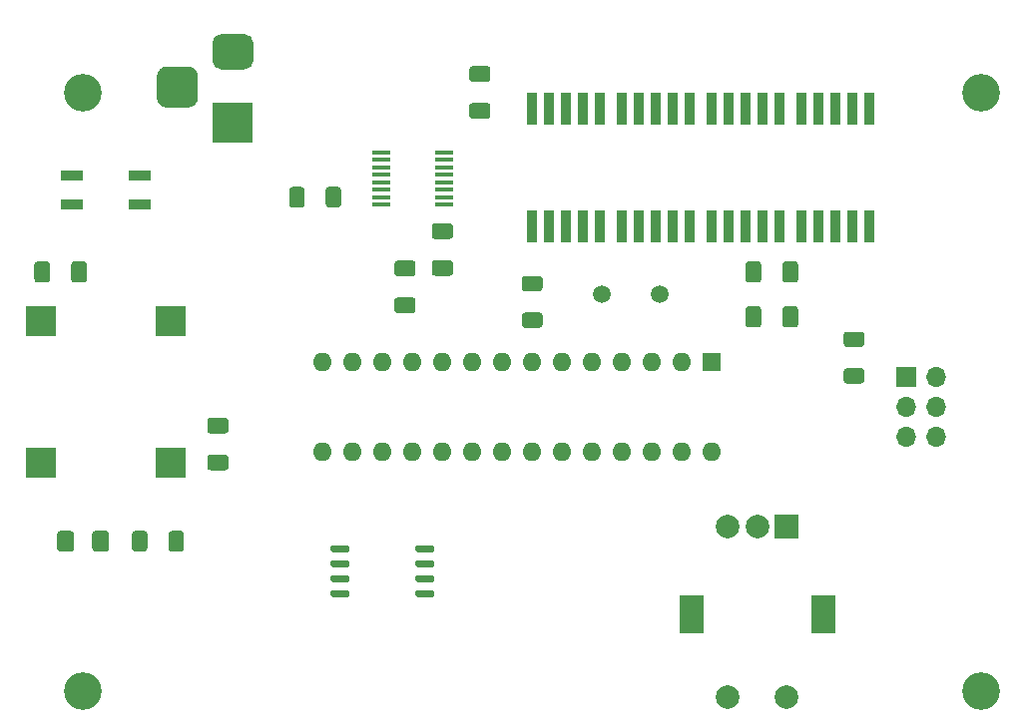
<source format=gbr>
%TF.GenerationSoftware,KiCad,Pcbnew,5.1.8+dfsg1-1+b1*%
%TF.CreationDate,2021-05-17T16:06:48-05:00*%
%TF.ProjectId,pmt-control,706d742d-636f-46e7-9472-6f6c2e6b6963,A*%
%TF.SameCoordinates,Original*%
%TF.FileFunction,Soldermask,Top*%
%TF.FilePolarity,Negative*%
%FSLAX46Y46*%
G04 Gerber Fmt 4.6, Leading zero omitted, Abs format (unit mm)*
G04 Created by KiCad (PCBNEW 5.1.8+dfsg1-1+b1) date 2021-05-17 16:06:48*
%MOMM*%
%LPD*%
G01*
G04 APERTURE LIST*
%ADD10R,2.500000X2.500000*%
%ADD11O,1.600000X1.600000*%
%ADD12R,1.600000X1.600000*%
%ADD13R,1.910000X0.910000*%
%ADD14C,1.500000*%
%ADD15O,1.700000X1.700000*%
%ADD16R,1.700000X1.700000*%
%ADD17R,1.600000X0.410000*%
%ADD18R,0.900000X2.800000*%
%ADD19R,3.500000X3.500000*%
%ADD20R,2.000000X2.000000*%
%ADD21C,2.000000*%
%ADD22R,2.000000X3.200000*%
%ADD23C,3.200000*%
G04 APERTURE END LIST*
D10*
%TO.C,PS1*%
X59905000Y-94900000D03*
X70905000Y-94900000D03*
X70905000Y-82900000D03*
X59905000Y-82900000D03*
%TD*%
D11*
%TO.C,U1*%
X116840000Y-93980000D03*
X83820000Y-86360000D03*
X114300000Y-93980000D03*
X86360000Y-86360000D03*
X111760000Y-93980000D03*
X88900000Y-86360000D03*
X109220000Y-93980000D03*
X91440000Y-86360000D03*
X106680000Y-93980000D03*
X93980000Y-86360000D03*
X104140000Y-93980000D03*
X96520000Y-86360000D03*
X101600000Y-93980000D03*
X99060000Y-86360000D03*
X99060000Y-93980000D03*
X101600000Y-86360000D03*
X96520000Y-93980000D03*
X104140000Y-86360000D03*
X93980000Y-93980000D03*
X106680000Y-86360000D03*
X91440000Y-93980000D03*
X109220000Y-86360000D03*
X88900000Y-93980000D03*
X111760000Y-86360000D03*
X86360000Y-93980000D03*
X114300000Y-86360000D03*
X83820000Y-93980000D03*
D12*
X116840000Y-86360000D03*
%TD*%
D13*
%TO.C,D6*%
X68305000Y-70530000D03*
X68305000Y-72980000D03*
X62505000Y-72980000D03*
X62505000Y-70530000D03*
%TD*%
D14*
%TO.C,Y1*%
X107515000Y-80645000D03*
X112395000Y-80645000D03*
%TD*%
%TO.C,R4*%
G36*
G01*
X129530001Y-85105000D02*
X128279999Y-85105000D01*
G75*
G02*
X128030000Y-84855001I0J249999D01*
G01*
X128030000Y-84054999D01*
G75*
G02*
X128279999Y-83805000I249999J0D01*
G01*
X129530001Y-83805000D01*
G75*
G02*
X129780000Y-84054999I0J-249999D01*
G01*
X129780000Y-84855001D01*
G75*
G02*
X129530001Y-85105000I-249999J0D01*
G01*
G37*
G36*
G01*
X129530001Y-88205000D02*
X128279999Y-88205000D01*
G75*
G02*
X128030000Y-87955001I0J249999D01*
G01*
X128030000Y-87154999D01*
G75*
G02*
X128279999Y-86905000I249999J0D01*
G01*
X129530001Y-86905000D01*
G75*
G02*
X129780000Y-87154999I0J-249999D01*
G01*
X129780000Y-87955001D01*
G75*
G02*
X129530001Y-88205000I-249999J0D01*
G01*
G37*
%TD*%
%TO.C,R3*%
G36*
G01*
X102225001Y-80380000D02*
X100974999Y-80380000D01*
G75*
G02*
X100725000Y-80130001I0J249999D01*
G01*
X100725000Y-79329999D01*
G75*
G02*
X100974999Y-79080000I249999J0D01*
G01*
X102225001Y-79080000D01*
G75*
G02*
X102475000Y-79329999I0J-249999D01*
G01*
X102475000Y-80130001D01*
G75*
G02*
X102225001Y-80380000I-249999J0D01*
G01*
G37*
G36*
G01*
X102225001Y-83480000D02*
X100974999Y-83480000D01*
G75*
G02*
X100725000Y-83230001I0J249999D01*
G01*
X100725000Y-82429999D01*
G75*
G02*
X100974999Y-82180000I249999J0D01*
G01*
X102225001Y-82180000D01*
G75*
G02*
X102475000Y-82429999I0J-249999D01*
G01*
X102475000Y-83230001D01*
G75*
G02*
X102225001Y-83480000I-249999J0D01*
G01*
G37*
%TD*%
%TO.C,C7*%
G36*
G01*
X90154998Y-80910000D02*
X91455002Y-80910000D01*
G75*
G02*
X91705000Y-81159998I0J-249998D01*
G01*
X91705000Y-81985002D01*
G75*
G02*
X91455002Y-82235000I-249998J0D01*
G01*
X90154998Y-82235000D01*
G75*
G02*
X89905000Y-81985002I0J249998D01*
G01*
X89905000Y-81159998D01*
G75*
G02*
X90154998Y-80910000I249998J0D01*
G01*
G37*
G36*
G01*
X90154998Y-77785000D02*
X91455002Y-77785000D01*
G75*
G02*
X91705000Y-78034998I0J-249998D01*
G01*
X91705000Y-78860002D01*
G75*
G02*
X91455002Y-79110000I-249998J0D01*
G01*
X90154998Y-79110000D01*
G75*
G02*
X89905000Y-78860002I0J249998D01*
G01*
X89905000Y-78034998D01*
G75*
G02*
X90154998Y-77785000I249998J0D01*
G01*
G37*
%TD*%
%TO.C,C6*%
G36*
G01*
X121020000Y-78089998D02*
X121020000Y-79390002D01*
G75*
G02*
X120770002Y-79640000I-249998J0D01*
G01*
X119944998Y-79640000D01*
G75*
G02*
X119695000Y-79390002I0J249998D01*
G01*
X119695000Y-78089998D01*
G75*
G02*
X119944998Y-77840000I249998J0D01*
G01*
X120770002Y-77840000D01*
G75*
G02*
X121020000Y-78089998I0J-249998D01*
G01*
G37*
G36*
G01*
X124145000Y-78089998D02*
X124145000Y-79390002D01*
G75*
G02*
X123895002Y-79640000I-249998J0D01*
G01*
X123069998Y-79640000D01*
G75*
G02*
X122820000Y-79390002I0J249998D01*
G01*
X122820000Y-78089998D01*
G75*
G02*
X123069998Y-77840000I249998J0D01*
G01*
X123895002Y-77840000D01*
G75*
G02*
X124145000Y-78089998I0J-249998D01*
G01*
G37*
%TD*%
%TO.C,C5*%
G36*
G01*
X121020000Y-81899998D02*
X121020000Y-83200002D01*
G75*
G02*
X120770002Y-83450000I-249998J0D01*
G01*
X119944998Y-83450000D01*
G75*
G02*
X119695000Y-83200002I0J249998D01*
G01*
X119695000Y-81899998D01*
G75*
G02*
X119944998Y-81650000I249998J0D01*
G01*
X120770002Y-81650000D01*
G75*
G02*
X121020000Y-81899998I0J-249998D01*
G01*
G37*
G36*
G01*
X124145000Y-81899998D02*
X124145000Y-83200002D01*
G75*
G02*
X123895002Y-83450000I-249998J0D01*
G01*
X123069998Y-83450000D01*
G75*
G02*
X122820000Y-83200002I0J249998D01*
G01*
X122820000Y-81899998D01*
G75*
G02*
X123069998Y-81650000I249998J0D01*
G01*
X123895002Y-81650000D01*
G75*
G02*
X124145000Y-81899998I0J-249998D01*
G01*
G37*
%TD*%
%TO.C,R2*%
G36*
G01*
X85385000Y-71764999D02*
X85385000Y-73015001D01*
G75*
G02*
X85135001Y-73265000I-249999J0D01*
G01*
X84334999Y-73265000D01*
G75*
G02*
X84085000Y-73015001I0J249999D01*
G01*
X84085000Y-71764999D01*
G75*
G02*
X84334999Y-71515000I249999J0D01*
G01*
X85135001Y-71515000D01*
G75*
G02*
X85385000Y-71764999I0J-249999D01*
G01*
G37*
G36*
G01*
X82285000Y-71764999D02*
X82285000Y-73015001D01*
G75*
G02*
X82035001Y-73265000I-249999J0D01*
G01*
X81234999Y-73265000D01*
G75*
G02*
X80985000Y-73015001I0J249999D01*
G01*
X80985000Y-71764999D01*
G75*
G02*
X81234999Y-71515000I249999J0D01*
G01*
X82035001Y-71515000D01*
G75*
G02*
X82285000Y-71764999I0J-249999D01*
G01*
G37*
%TD*%
%TO.C,R1*%
G36*
G01*
X68950000Y-100974999D02*
X68950000Y-102225001D01*
G75*
G02*
X68700001Y-102475000I-249999J0D01*
G01*
X67899999Y-102475000D01*
G75*
G02*
X67650000Y-102225001I0J249999D01*
G01*
X67650000Y-100974999D01*
G75*
G02*
X67899999Y-100725000I249999J0D01*
G01*
X68700001Y-100725000D01*
G75*
G02*
X68950000Y-100974999I0J-249999D01*
G01*
G37*
G36*
G01*
X72050000Y-100974999D02*
X72050000Y-102225001D01*
G75*
G02*
X71800001Y-102475000I-249999J0D01*
G01*
X70999999Y-102475000D01*
G75*
G02*
X70750000Y-102225001I0J249999D01*
G01*
X70750000Y-100974999D01*
G75*
G02*
X70999999Y-100725000I249999J0D01*
G01*
X71800001Y-100725000D01*
G75*
G02*
X72050000Y-100974999I0J-249999D01*
G01*
G37*
%TD*%
D15*
%TO.C,J2*%
X135890000Y-92710000D03*
X133350000Y-92710000D03*
X135890000Y-90170000D03*
X133350000Y-90170000D03*
X135890000Y-87630000D03*
D16*
X133350000Y-87630000D03*
%TD*%
%TO.C,D1*%
G36*
G01*
X64275000Y-102225000D02*
X64275000Y-100975000D01*
G75*
G02*
X64525000Y-100725000I250000J0D01*
G01*
X65450000Y-100725000D01*
G75*
G02*
X65700000Y-100975000I0J-250000D01*
G01*
X65700000Y-102225000D01*
G75*
G02*
X65450000Y-102475000I-250000J0D01*
G01*
X64525000Y-102475000D01*
G75*
G02*
X64275000Y-102225000I0J250000D01*
G01*
G37*
G36*
G01*
X61300000Y-102225000D02*
X61300000Y-100975000D01*
G75*
G02*
X61550000Y-100725000I250000J0D01*
G01*
X62475000Y-100725000D01*
G75*
G02*
X62725000Y-100975000I0J-250000D01*
G01*
X62725000Y-102225000D01*
G75*
G02*
X62475000Y-102475000I-250000J0D01*
G01*
X61550000Y-102475000D01*
G75*
G02*
X61300000Y-102225000I0J250000D01*
G01*
G37*
%TD*%
%TO.C,C4*%
G36*
G01*
X97805003Y-62600000D02*
X96504997Y-62600000D01*
G75*
G02*
X96255000Y-62350003I0J249997D01*
G01*
X96255000Y-61524997D01*
G75*
G02*
X96504997Y-61275000I249997J0D01*
G01*
X97805003Y-61275000D01*
G75*
G02*
X98055000Y-61524997I0J-249997D01*
G01*
X98055000Y-62350003D01*
G75*
G02*
X97805003Y-62600000I-249997J0D01*
G01*
G37*
G36*
G01*
X97805003Y-65725000D02*
X96504997Y-65725000D01*
G75*
G02*
X96255000Y-65475003I0J249997D01*
G01*
X96255000Y-64649997D01*
G75*
G02*
X96504997Y-64400000I249997J0D01*
G01*
X97805003Y-64400000D01*
G75*
G02*
X98055000Y-64649997I0J-249997D01*
G01*
X98055000Y-65475003D01*
G75*
G02*
X97805003Y-65725000I-249997J0D01*
G01*
G37*
%TD*%
%TO.C,C3*%
G36*
G01*
X93329997Y-77735000D02*
X94630003Y-77735000D01*
G75*
G02*
X94880000Y-77984997I0J-249997D01*
G01*
X94880000Y-78810003D01*
G75*
G02*
X94630003Y-79060000I-249997J0D01*
G01*
X93329997Y-79060000D01*
G75*
G02*
X93080000Y-78810003I0J249997D01*
G01*
X93080000Y-77984997D01*
G75*
G02*
X93329997Y-77735000I249997J0D01*
G01*
G37*
G36*
G01*
X93329997Y-74610000D02*
X94630003Y-74610000D01*
G75*
G02*
X94880000Y-74859997I0J-249997D01*
G01*
X94880000Y-75685003D01*
G75*
G02*
X94630003Y-75935000I-249997J0D01*
G01*
X93329997Y-75935000D01*
G75*
G02*
X93080000Y-75685003I0J249997D01*
G01*
X93080000Y-74859997D01*
G75*
G02*
X93329997Y-74610000I249997J0D01*
G01*
G37*
%TD*%
%TO.C,C2*%
G36*
G01*
X75580003Y-92445000D02*
X74279997Y-92445000D01*
G75*
G02*
X74030000Y-92195003I0J249997D01*
G01*
X74030000Y-91369997D01*
G75*
G02*
X74279997Y-91120000I249997J0D01*
G01*
X75580003Y-91120000D01*
G75*
G02*
X75830000Y-91369997I0J-249997D01*
G01*
X75830000Y-92195003D01*
G75*
G02*
X75580003Y-92445000I-249997J0D01*
G01*
G37*
G36*
G01*
X75580003Y-95570000D02*
X74279997Y-95570000D01*
G75*
G02*
X74030000Y-95320003I0J249997D01*
G01*
X74030000Y-94494997D01*
G75*
G02*
X74279997Y-94245000I249997J0D01*
G01*
X75580003Y-94245000D01*
G75*
G02*
X75830000Y-94494997I0J-249997D01*
G01*
X75830000Y-95320003D01*
G75*
G02*
X75580003Y-95570000I-249997J0D01*
G01*
G37*
%TD*%
%TO.C,C1*%
G36*
G01*
X62495000Y-79390003D02*
X62495000Y-78089997D01*
G75*
G02*
X62744997Y-77840000I249997J0D01*
G01*
X63570003Y-77840000D01*
G75*
G02*
X63820000Y-78089997I0J-249997D01*
G01*
X63820000Y-79390003D01*
G75*
G02*
X63570003Y-79640000I-249997J0D01*
G01*
X62744997Y-79640000D01*
G75*
G02*
X62495000Y-79390003I0J249997D01*
G01*
G37*
G36*
G01*
X59370000Y-79390003D02*
X59370000Y-78089997D01*
G75*
G02*
X59619997Y-77840000I249997J0D01*
G01*
X60445003Y-77840000D01*
G75*
G02*
X60695000Y-78089997I0J-249997D01*
G01*
X60695000Y-79390003D01*
G75*
G02*
X60445003Y-79640000I-249997J0D01*
G01*
X59619997Y-79640000D01*
G75*
G02*
X59370000Y-79390003I0J249997D01*
G01*
G37*
%TD*%
D17*
%TO.C,U3*%
X94094300Y-68580000D03*
X94094300Y-69215000D03*
X94094300Y-69850000D03*
X94094300Y-70485000D03*
X94094300Y-71120000D03*
X94094300Y-71755000D03*
X94094300Y-72390000D03*
X94094300Y-73025000D03*
X88785700Y-73025000D03*
X88785700Y-72390000D03*
X88785700Y-71755000D03*
X88785700Y-71120000D03*
X88785700Y-70485000D03*
X88785700Y-69850000D03*
X88785700Y-69215000D03*
X88785700Y-68580000D03*
%TD*%
%TO.C,U2*%
G36*
G01*
X91700000Y-102385000D02*
X91700000Y-102085000D01*
G75*
G02*
X91850000Y-101935000I150000J0D01*
G01*
X93150000Y-101935000D01*
G75*
G02*
X93300000Y-102085000I0J-150000D01*
G01*
X93300000Y-102385000D01*
G75*
G02*
X93150000Y-102535000I-150000J0D01*
G01*
X91850000Y-102535000D01*
G75*
G02*
X91700000Y-102385000I0J150000D01*
G01*
G37*
G36*
G01*
X91700000Y-103655000D02*
X91700000Y-103355000D01*
G75*
G02*
X91850000Y-103205000I150000J0D01*
G01*
X93150000Y-103205000D01*
G75*
G02*
X93300000Y-103355000I0J-150000D01*
G01*
X93300000Y-103655000D01*
G75*
G02*
X93150000Y-103805000I-150000J0D01*
G01*
X91850000Y-103805000D01*
G75*
G02*
X91700000Y-103655000I0J150000D01*
G01*
G37*
G36*
G01*
X91700000Y-104925000D02*
X91700000Y-104625000D01*
G75*
G02*
X91850000Y-104475000I150000J0D01*
G01*
X93150000Y-104475000D01*
G75*
G02*
X93300000Y-104625000I0J-150000D01*
G01*
X93300000Y-104925000D01*
G75*
G02*
X93150000Y-105075000I-150000J0D01*
G01*
X91850000Y-105075000D01*
G75*
G02*
X91700000Y-104925000I0J150000D01*
G01*
G37*
G36*
G01*
X91700000Y-106195000D02*
X91700000Y-105895000D01*
G75*
G02*
X91850000Y-105745000I150000J0D01*
G01*
X93150000Y-105745000D01*
G75*
G02*
X93300000Y-105895000I0J-150000D01*
G01*
X93300000Y-106195000D01*
G75*
G02*
X93150000Y-106345000I-150000J0D01*
G01*
X91850000Y-106345000D01*
G75*
G02*
X91700000Y-106195000I0J150000D01*
G01*
G37*
G36*
G01*
X84500000Y-106195000D02*
X84500000Y-105895000D01*
G75*
G02*
X84650000Y-105745000I150000J0D01*
G01*
X85950000Y-105745000D01*
G75*
G02*
X86100000Y-105895000I0J-150000D01*
G01*
X86100000Y-106195000D01*
G75*
G02*
X85950000Y-106345000I-150000J0D01*
G01*
X84650000Y-106345000D01*
G75*
G02*
X84500000Y-106195000I0J150000D01*
G01*
G37*
G36*
G01*
X84500000Y-104925000D02*
X84500000Y-104625000D01*
G75*
G02*
X84650000Y-104475000I150000J0D01*
G01*
X85950000Y-104475000D01*
G75*
G02*
X86100000Y-104625000I0J-150000D01*
G01*
X86100000Y-104925000D01*
G75*
G02*
X85950000Y-105075000I-150000J0D01*
G01*
X84650000Y-105075000D01*
G75*
G02*
X84500000Y-104925000I0J150000D01*
G01*
G37*
G36*
G01*
X84500000Y-103655000D02*
X84500000Y-103355000D01*
G75*
G02*
X84650000Y-103205000I150000J0D01*
G01*
X85950000Y-103205000D01*
G75*
G02*
X86100000Y-103355000I0J-150000D01*
G01*
X86100000Y-103655000D01*
G75*
G02*
X85950000Y-103805000I-150000J0D01*
G01*
X84650000Y-103805000D01*
G75*
G02*
X84500000Y-103655000I0J150000D01*
G01*
G37*
G36*
G01*
X84500000Y-102385000D02*
X84500000Y-102085000D01*
G75*
G02*
X84650000Y-101935000I150000J0D01*
G01*
X85950000Y-101935000D01*
G75*
G02*
X86100000Y-102085000I0J-150000D01*
G01*
X86100000Y-102385000D01*
G75*
G02*
X85950000Y-102535000I-150000J0D01*
G01*
X84650000Y-102535000D01*
G75*
G02*
X84500000Y-102385000I0J150000D01*
G01*
G37*
%TD*%
D18*
%TO.C,D5*%
X124460000Y-64850000D03*
X125900000Y-64850000D03*
X127340000Y-64850000D03*
X128780000Y-64850000D03*
X130220000Y-64850000D03*
X130220000Y-74850000D03*
X128780000Y-74850000D03*
X127340000Y-74850000D03*
X125900000Y-74850000D03*
X124460000Y-74850000D03*
%TD*%
%TO.C,D4*%
X116840000Y-64850000D03*
X118280000Y-64850000D03*
X119720000Y-64850000D03*
X121160000Y-64850000D03*
X122600000Y-64850000D03*
X122600000Y-74850000D03*
X121160000Y-74850000D03*
X119720000Y-74850000D03*
X118280000Y-74850000D03*
X116840000Y-74850000D03*
%TD*%
%TO.C,D3*%
X109220000Y-64850000D03*
X110660000Y-64850000D03*
X112100000Y-64850000D03*
X113540000Y-64850000D03*
X114980000Y-64850000D03*
X114980000Y-74850000D03*
X113540000Y-74850000D03*
X112100000Y-74850000D03*
X110660000Y-74850000D03*
X109220000Y-74850000D03*
%TD*%
%TO.C,D2*%
X101600000Y-64850000D03*
X103040000Y-64850000D03*
X104480000Y-64850000D03*
X105920000Y-64850000D03*
X107360000Y-64850000D03*
X107360000Y-74850000D03*
X105920000Y-74850000D03*
X104480000Y-74850000D03*
X103040000Y-74850000D03*
X101600000Y-74850000D03*
%TD*%
%TO.C,J1*%
G36*
G01*
X70625000Y-61290000D02*
X72375000Y-61290000D01*
G75*
G02*
X73250000Y-62165000I0J-875000D01*
G01*
X73250000Y-63915000D01*
G75*
G02*
X72375000Y-64790000I-875000J0D01*
G01*
X70625000Y-64790000D01*
G75*
G02*
X69750000Y-63915000I0J875000D01*
G01*
X69750000Y-62165000D01*
G75*
G02*
X70625000Y-61290000I875000J0D01*
G01*
G37*
G36*
G01*
X75200000Y-58540000D02*
X77200000Y-58540000D01*
G75*
G02*
X77950000Y-59290000I0J-750000D01*
G01*
X77950000Y-60790000D01*
G75*
G02*
X77200000Y-61540000I-750000J0D01*
G01*
X75200000Y-61540000D01*
G75*
G02*
X74450000Y-60790000I0J750000D01*
G01*
X74450000Y-59290000D01*
G75*
G02*
X75200000Y-58540000I750000J0D01*
G01*
G37*
D19*
X76200000Y-66040000D03*
%TD*%
D20*
%TO.C,SW1*%
X123190000Y-100330000D03*
D21*
X120690000Y-100330000D03*
X118190000Y-100330000D03*
D22*
X126290000Y-107830000D03*
X115090000Y-107830000D03*
D21*
X123190000Y-114830000D03*
X118190000Y-114830000D03*
%TD*%
D23*
%TO.C,REF\u002A\u002A*%
X63500000Y-114300000D03*
%TD*%
%TO.C,REF\u002A\u002A*%
X139700000Y-114300000D03*
%TD*%
%TO.C,REF\u002A\u002A*%
X63500000Y-63500000D03*
%TD*%
%TO.C,REF\u002A\u002A*%
X139700000Y-63500000D03*
%TD*%
M02*

</source>
